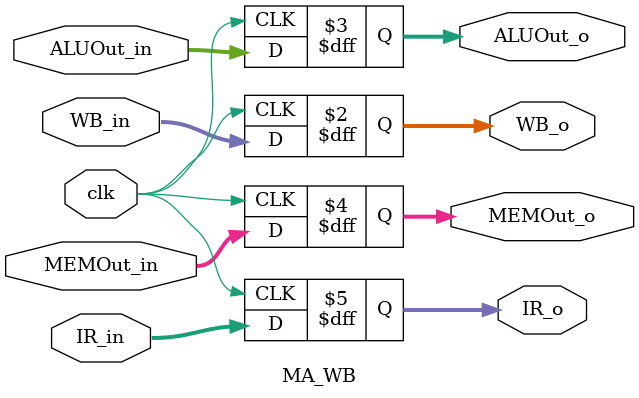
<source format=v>
module ALU(input[31:0]A,B,input[2:0]ALUCtrl,output reg zero,output reg[31:0] result);
always@(*)begin
case(ALUCtrl)
	3'b100:begin//ADD
		result=$signed(A)+$signed(B);
                zero=(result==0)?1:0;  
	end
	3'b101:begin//ADDU
		result=A+B;
		zero=(result==0)?1:0;
	end
	3'b110:begin//SUB
		result=$signed(A)-$signed(B);
		zero=(result==0)?1:0;
	end
	3'b000:begin//AND
		result=A&B;
		zero=(result==0)?1:0;
	end
	3'b001:begin//OR
		result=A|B;
		zero=(result==0)?1:0;
	end
	3'b011:begin//SLT
		result=($signed(A)<$signed(B))?1:0;
		zero=(result==0)?1:0;
	end
endcase
end
endmodule

module ALUCU(input[5:0]func,input[1:0]ALUOp,output reg[2:0]ALUCtrl);
always@(*)begin
if(ALUOp==00)begin
ALUCtrl=3'b100;
end
if(ALUOp==01)begin
ALUCtrl=3'b110;
end
if(ALUOp[1]==1'b1)begin
case(func)
	6'b100000:begin
		ALUCtrl=3'b100;//ADD
	end
	6'b100001:begin
		ALUCtrl=3'b101;//ADDU
	end
	6'b100010:begin
		ALUCtrl=3'b110;//SUB
	end
	6'b100100:begin
		ALUCtrl=3'b000;//AND
	end
	6'b100101:begin
		ALUCtrl=3'b001;//OR
	end
	6'b101010:begin
		ALUCtrl=3'b011;//SLT;
	end
endcase
end
end
endmodule

module CU(input [5:0]Inst,output reg RegDst,RegWr,MemtoReg,MemRd,MemWr,Branch,Jump,output reg [1:0]ALUOp,output reg ALUSrc);
always@(*)begin
case(Inst)
	6'b000000:begin//R
		{ALUOp,ALUSrc,Jump,Branch,MemRd,MemWr,RegDst,RegWr,MemtoReg}=10'b1000000110;
	end
	6'b100011:begin//LW
		{ALUOp,ALUSrc,Jump,Branch,MemRd,MemWr,RegDst,RegWr,MemtoReg}=10'b0010010011;
	end
	6'b101011:begin//SW
		{ALUOp,ALUSrc,Jump,Branch,MemRd,MemWr,RegDst,RegWr,MemtoReg}=10'b0010001x0x;
	end
	6'b000010:begin//J
		{ALUOp,ALUSrc,Jump,Branch,MemRd,MemWr,RegDst,RegWr,MemtoReg}=10'bxxx1000x0x;
	end
	6'b000100:begin//BEQ
		{ALUOp,ALUSrc,Jump,Branch,MemRd,MemWr,RegDst,RegWr,MemtoReg}=10'b0100100x0x;
	end
endcase
end
endmodule

module FI_ID(input clk,input[31:0]NPC1_in,IR_in,output reg [31:0]NPC1_o,IR_o);
reg[31:0] NPC1,IR;
always@(posedge clk)begin
NPC1=NPC1_in;
IR=IR_in;

NPC1_o=NPC1;
IR_o=IR;
end
/*assign NPC1_o=NPC1;
assign IR_o=IR;*/
endmodule

module ID_EX(input clk,input[31:0]NPC1_in,Rs_in,Rt_in,Imm32_in,IR_in,
	input RegDst,RegWr,MemtoReg,MemRd,MemWr,Branch,Jump,input[1:0]ALUOp,input ALUSrc,
	output reg[2:0]WB_o,output reg[3:0]MA_o,output reg[2:0]EX_o,
	output reg[31:0]NPC1_o,Rs_o,Rt_o,Imm32_o,IR_o);
reg[31:0] NPC1,Rs,Rt,Imm32,IR;
reg[2:0]WB;
reg[3:0]MA;
reg[2:0]EX;

always@(posedge clk)begin
NPC1=NPC1_in;
Rs=Rs_in;
Rt=Rt_in;
Imm32=Imm32_in;
IR=IR_in;
WB={RegDst,RegWr,MemtoReg};
MA={MemRd,MemWr,Branch,Jump};
EX={ALUOp,ALUSrc};

NPC1_o=NPC1;
Rs_o=Rs;
Rt_o=Rt;
Imm32_o=Imm32;
IR_o=IR;
WB_o=WB;
MA_o=MA;
EX_o=EX;
end
/*assign NPC1h_o=NPC1[31:28];
assign NPC1_o=NPC1;
assign Rs_o=Rs;
assign Rt_o=Rt;
assign Imm32_o=Imm32;
assign IR_o=IR;
assign WB_o=WB;
assign MA_o=MA;
assign Ex_o=EX;*/
endmodule

module EX_MA(input clk,input [31:0]NPC3_in,NPC2_in,input Flag_in,input [31:0]ALUOut_in,Rt_in,IR_in,
	input [2:0]WB_in,input[3:0]MA_in,
	output reg[2:0]WB_o,output reg[3:0]MA_o,
	output reg[31:0]NPC3_o,NPC2_o,output reg ZF,output reg[31:0]ALUOut_o,Rt_o,IR_o);
reg[31:0]NPC3,NPC2,ALUOut,Rt,IR;
reg[2:0]WB;
reg[3:0]MA;
reg Flag;
always@(posedge clk)begin
NPC3=NPC3_in;
NPC2=NPC2_in;
Flag=Flag_in;
ALUOut=ALUOut_in;
Rt=Rt_in;
IR=IR_in;
WB=WB_in;
MA=MA_in;

NPC3_o=NPC3;
NPC2_o=NPC2;
ZF=Flag;
ALUOut_o=ALUOut;
Rt_o=Rt;
IR_o=IR;
WB_o=WB;
MA_o=MA;
end
/*assign NPC3_o=NPC3;
assign NPC2_o=NPC2;
assign ZF=Flag;
assign ALUOut_o=ALUOut;
assign Rt_o=Rt;
assign IR_o=IR;
assign WB_o=WB;
assign MA_o=MA;*/
endmodule

module MA_WB(input clk,input [31:0]ALUOut_in,MEMOut_in,IR_in,
	input[2:0]WB_in,
	output reg[2:0]WB_o,
	output reg[31:0]ALUOut_o,MEMOut_o,IR_o);
reg[31:0]ALUOut,MEMOut,IR;
reg[2:0]WB;
always@(posedge clk)begin
ALUOut=ALUOut_in;
MEMOut=MEMOut_in;
IR=IR_in;
WB=WB_in;

ALUOut_o=ALUOut;
MEMOut_o=MEMOut;
IR_o=IR;
WB_o=WB;
end
/*assign ALUOut_o=ALUOut;
assign MEMOut_o=MEMOut;
assign IR_o=IR;
assign WB_o=WB;*/
endmodule

</source>
